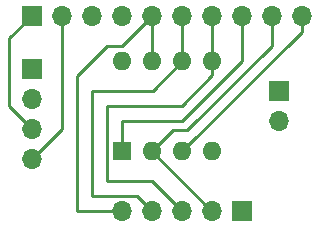
<source format=gtl>
%TF.GenerationSoftware,KiCad,Pcbnew,(6.0.10)*%
%TF.CreationDate,2023-01-30T00:47:35+02:00*%
%TF.ProjectId,Bomb,426f6d62-2e6b-4696-9361-645f70636258,rev?*%
%TF.SameCoordinates,Original*%
%TF.FileFunction,Copper,L1,Top*%
%TF.FilePolarity,Positive*%
%FSLAX46Y46*%
G04 Gerber Fmt 4.6, Leading zero omitted, Abs format (unit mm)*
G04 Created by KiCad (PCBNEW (6.0.10)) date 2023-01-30 00:47:35*
%MOMM*%
%LPD*%
G01*
G04 APERTURE LIST*
%TA.AperFunction,ComponentPad*%
%ADD10R,1.700000X1.700000*%
%TD*%
%TA.AperFunction,ComponentPad*%
%ADD11O,1.700000X1.700000*%
%TD*%
%TA.AperFunction,ComponentPad*%
%ADD12R,1.600000X1.600000*%
%TD*%
%TA.AperFunction,ComponentPad*%
%ADD13O,1.600000X1.600000*%
%TD*%
%TA.AperFunction,Conductor*%
%ADD14C,0.250000*%
%TD*%
G04 APERTURE END LIST*
D10*
%TO.P,J1,1,Pin_1*%
%TO.N,/SCL{slash}A5*%
X117780000Y-49200000D03*
D11*
%TO.P,J1,2,Pin_2*%
%TO.N,/SDA{slash}A4*%
X120320000Y-49200000D03*
%TO.P,J1,3,Pin_3*%
%TO.N,/AREF*%
X122860000Y-49200000D03*
%TO.P,J1,4,Pin_4*%
%TO.N,GND*%
X125400000Y-49200000D03*
%TO.P,J1,5,Pin_5*%
%TO.N,/13*%
X127940000Y-49200000D03*
%TO.P,J1,6,Pin_6*%
%TO.N,/12*%
X130480000Y-49200000D03*
%TO.P,J1,7,Pin_7*%
%TO.N,/\u002A11*%
X133020000Y-49200000D03*
%TO.P,J1,8,Pin_8*%
%TO.N,/\u002A10*%
X135560000Y-49200000D03*
%TO.P,J1,9,Pin_9*%
%TO.N,/\u002A9*%
X138100000Y-49200000D03*
%TO.P,J1,10,Pin_10*%
%TO.N,/8*%
X140640000Y-49200000D03*
%TD*%
D12*
%TO.P,U1,1,~{RESET}/PB5*%
%TO.N,/\u002A10*%
X125439261Y-60686243D03*
D13*
%TO.P,U1,2,XTAL1/PB3*%
%TO.N,/\u002A9*%
X127979261Y-60686243D03*
%TO.P,U1,3,XTAL2/PB4*%
%TO.N,/8*%
X130519261Y-60686243D03*
%TO.P,U1,4,GND*%
%TO.N,GND*%
X133059261Y-60686243D03*
%TO.P,U1,5,AREF/PB0*%
%TO.N,/\u002A11*%
X133059261Y-53066243D03*
%TO.P,U1,6,PB1*%
%TO.N,/12*%
X130519261Y-53066243D03*
%TO.P,U1,7,PB2*%
%TO.N,/13*%
X127979261Y-53066243D03*
%TO.P,U1,8,VCC*%
%TO.N,+5V*%
X125439261Y-53066243D03*
%TD*%
D10*
%TO.P,J2,1,Pin_1*%
%TO.N,GND*%
X117780000Y-53707500D03*
D11*
%TO.P,J2,2,Pin_2*%
%TO.N,+5V*%
X117780000Y-56247500D03*
%TO.P,J2,3,Pin_3*%
%TO.N,/SCL{slash}A5*%
X117780000Y-58787500D03*
%TO.P,J2,4,Pin_4*%
%TO.N,/SDA{slash}A4*%
X117780000Y-61327500D03*
%TD*%
D10*
%TO.P,J4,1,Pin_1*%
%TO.N,GND*%
X135560000Y-65710000D03*
D11*
%TO.P,J4,2,Pin_2*%
%TO.N,/\u002A9*%
X133020000Y-65710000D03*
%TO.P,J4,3,Pin_3*%
%TO.N,/\u002A11*%
X130480000Y-65710000D03*
%TO.P,J4,4,Pin_4*%
%TO.N,/12*%
X127940000Y-65710000D03*
%TO.P,J4,5,Pin_5*%
%TO.N,/13*%
X125400000Y-65710000D03*
%TD*%
D10*
%TO.P,J3,1,Pin_1*%
%TO.N,+5V*%
X138735000Y-55550000D03*
D11*
%TO.P,J3,2,Pin_2*%
%TO.N,GND*%
X138735000Y-58090000D03*
%TD*%
D14*
%TO.N,/SDA{slash}A4*%
X120320000Y-49200000D02*
X120320000Y-58787500D01*
X120320000Y-58787500D02*
X117780000Y-61327500D01*
%TO.N,/SCL{slash}A5*%
X117780000Y-49200000D02*
X115875000Y-51105000D01*
X115875000Y-56882500D02*
X117780000Y-58787500D01*
X115875000Y-51105000D02*
X115875000Y-56882500D01*
%TO.N,/13*%
X125400000Y-51740000D02*
X124130000Y-51740000D01*
X121590000Y-65710000D02*
X125400000Y-65710000D01*
X127979261Y-49239261D02*
X127940000Y-49200000D01*
X124130000Y-51740000D02*
X121590000Y-54280000D01*
X127940000Y-49200000D02*
X125400000Y-51740000D01*
X121590000Y-54280000D02*
X121590000Y-65710000D01*
X127979261Y-53066243D02*
X127979261Y-49239261D01*
%TO.N,/12*%
X130519261Y-53066243D02*
X128035504Y-55550000D01*
X122860000Y-64440000D02*
X126670000Y-64440000D01*
X126670000Y-64440000D02*
X127940000Y-65710000D01*
X122860000Y-55550000D02*
X122860000Y-64440000D01*
X130519261Y-53066243D02*
X130519261Y-49239261D01*
X128035504Y-55550000D02*
X122860000Y-55550000D01*
X130519261Y-49239261D02*
X130480000Y-49200000D01*
%TO.N,/8*%
X140640000Y-49200000D02*
X140640000Y-50565504D01*
X140640000Y-50565504D02*
X130519261Y-60686243D01*
%TO.N,/\u002A11*%
X127940000Y-63170000D02*
X130480000Y-65710000D01*
X133059261Y-49239261D02*
X133020000Y-49200000D01*
X133059261Y-53066243D02*
X133059261Y-54240739D01*
X124130000Y-56820000D02*
X124130000Y-63170000D01*
X124130000Y-63170000D02*
X127940000Y-63170000D01*
X133059261Y-53066243D02*
X133059261Y-49239261D01*
X133059261Y-54240739D02*
X130480000Y-56820000D01*
X130480000Y-56820000D02*
X124130000Y-56820000D01*
%TO.N,/\u002A10*%
X135560000Y-53010000D02*
X130480000Y-58090000D01*
X125400000Y-58090000D02*
X125439261Y-58129261D01*
X125439261Y-58129261D02*
X125439261Y-60686243D01*
X130480000Y-58090000D02*
X125400000Y-58090000D01*
X135560000Y-49200000D02*
X135560000Y-53010000D01*
%TO.N,/\u002A9*%
X127979261Y-60686243D02*
X133003018Y-65710000D01*
X138100000Y-51740000D02*
X138098604Y-51740000D01*
X130928604Y-58910000D02*
X129755504Y-58910000D01*
X138100000Y-49200000D02*
X138100000Y-51740000D01*
X133003018Y-65710000D02*
X133020000Y-65710000D01*
X138098604Y-51740000D02*
X130928604Y-58910000D01*
X129755504Y-58910000D02*
X127979261Y-60686243D01*
%TD*%
M02*

</source>
